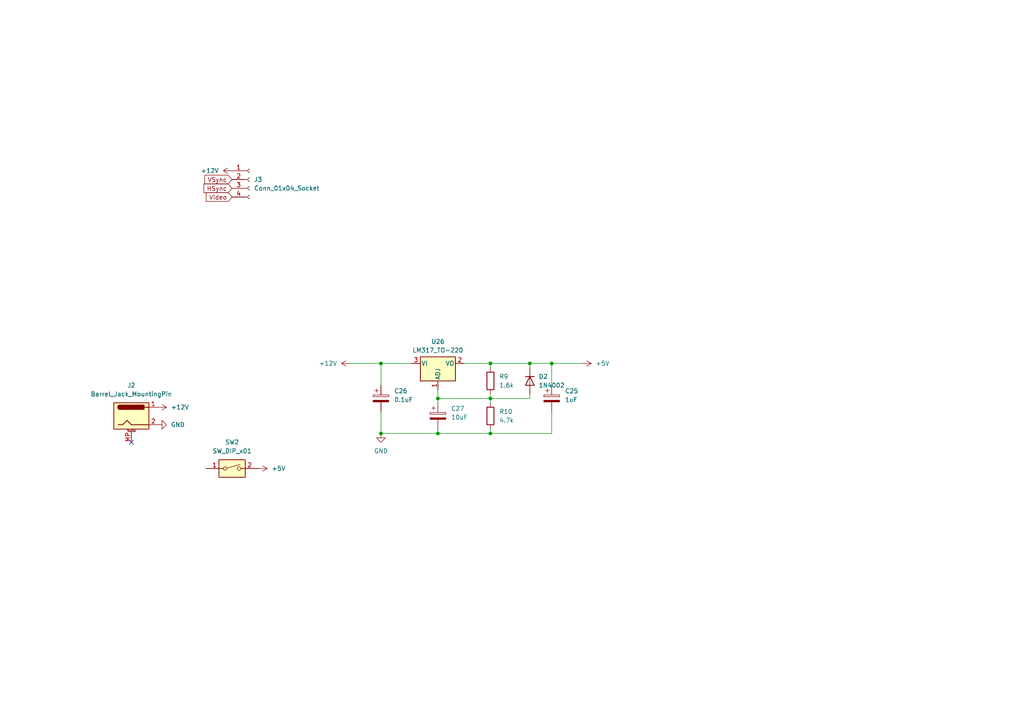
<source format=kicad_sch>
(kicad_sch (version 20231120) (generator "eeschema") (generator_version "8.0")
  (paper "A4")
  (title_block (title "ʕ·ᴥ·ʔ-ports"))
  (lib_symbols
    (symbol "Connector:Barrel_Jack_MountingPin" (pin_names hide)
      (property "Reference" "J" (at 0 5.334 0))
      (property "Value" "Barrel_Jack_MountingPin" (at 1.27 -6.35 0))
      (symbol "Barrel_Jack_MountingPin_0_1"
        (rectangle (start -5.08 3.81) (end 5.08 -3.81) (stroke (width 0.254)) (fill (type background)))
        (arc (start -3.302 3.175) (mid -3.9343 2.54) (end -3.302 1.905) (stroke (width 0.254)))
        (arc (start -3.302 3.175) (mid -3.9343 2.54) (end -3.302 1.905) (stroke (width 0.254)) (fill (type outline)))
        (polyline (pts (xy 5.08 2.54) (xy 3.81 2.54)) (stroke (width 0.254)))
        (polyline (pts (xy -3.81 -2.54) (xy -2.54 -2.54) (xy -1.27 -1.27) (xy 0 -2.54) (xy 2.54 -2.54) (xy 5.08 -2.54)) (stroke (width 0.254)))
        (rectangle (start 3.683 3.175) (end -3.302 1.905) (stroke (width 0.254)) (fill (type outline)))
      )
      (symbol "Barrel_Jack_MountingPin_1_1"
        (polyline (pts (xy -1.016 -4.572) (xy 1.016 -4.572)) (stroke (width 0.1524)))
        (text "Mounting" (at 0 -4.191 0) (effects (font (size 0.381 0.381))))
        (pin passive line (at 7.62 2.54 180) (length 2.54) (name "~") (number "1"))
        (pin passive line (at 7.62 -2.54 180) (length 2.54) (name "~") (number "2"))
        (pin passive line (at 0 -7.62 90) (length 3.048) (name "MountPin") (number "MP"))
      )
    )
    (symbol "Connector:Conn_01x04_Socket" (pin_names (offset 1.016) hide)
      (property "Reference" "J" (at 0 5.08 0))
      (property "Value" "Conn_01x04_Socket" (at 0 -7.62 0))
      (symbol "Conn_01x04_Socket_1_1"
        (arc (start 0 -4.572) (mid -0.5058 -5.08) (end 0 -5.588) (stroke (width 0.1524)))
        (arc (start 0 -2.032) (mid -0.5058 -2.54) (end 0 -3.048) (stroke (width 0.1524)))
        (polyline (pts (xy -1.27 -5.08) (xy -0.508 -5.08)) (stroke (width 0.1524)))
        (polyline (pts (xy -1.27 -2.54) (xy -0.508 -2.54)) (stroke (width 0.1524)))
        (polyline (pts (xy -1.27 0) (xy -0.508 0)) (stroke (width 0.1524)))
        (polyline (pts (xy -1.27 2.54) (xy -0.508 2.54)) (stroke (width 0.1524)))
        (arc (start 0 0.508) (mid -0.5058 0) (end 0 -0.508) (stroke (width 0.1524)))
        (arc (start 0 3.048) (mid -0.5058 2.54) (end 0 2.032) (stroke (width 0.1524)))
        (pin passive line (at -5.08 2.54 0) (length 3.81) (name "Pin_1") (number "1"))
        (pin passive line (at -5.08 0 0) (length 3.81) (name "Pin_2") (number "2"))
        (pin passive line (at -5.08 -2.54 0) (length 3.81) (name "Pin_3") (number "3"))
        (pin passive line (at -5.08 -5.08 0) (length 3.81) (name "Pin_4") (number "4"))
      )
    )
    (symbol "Device:C_Polarized" (pin_numbers hide) (pin_names (offset 0.254))
      (property "Reference" "C" (at 0.635 2.54 0))
      (property "Value" "C_Polarized" (at 0.635 -2.54 0))
      (symbol "C_Polarized_0_1"
        (rectangle (start -2.286 0.508) (end 2.286 1.016))
        (polyline (pts (xy -1.778 2.286) (xy -0.762 2.286)))
        (polyline (pts (xy -1.27 2.794) (xy -1.27 1.778)))
        (rectangle (start 2.286 -0.508) (end -2.286 -1.016) (fill (type outline)))
      )
      (symbol "C_Polarized_1_1"
        (pin passive line (at 0 3.81 270) (length 2.794) (name "~") (number "1"))
        (pin passive line (at 0 -3.81 90) (length 2.794) (name "~") (number "2"))
      )
    )
    (symbol "Device:R" (pin_numbers hide) (pin_names (offset 0))
      (property "Reference" "R" (at 2.032 0 90))
      (property "Value" "R" (at 0 0 90))
      (symbol "R_0_1"
        (rectangle (start -1.016 -2.54) (end 1.016 2.54) (stroke (width 0.254)))
      )
      (symbol "R_1_1"
        (pin passive line (at 0 3.81 270) (length 1.27) (name "~") (number "1"))
        (pin passive line (at 0 -3.81 90) (length 1.27) (name "~") (number "2"))
      )
    )
    (symbol "Diode:1N4002" (pin_numbers hide) (pin_names hide)
      (property "Reference" "D" (at 0 2.54 0))
      (property "Value" "1N4002" (at 0 -2.54 0))
      (symbol "1N4002_0_1"
        (polyline (pts (xy -1.27 1.27) (xy -1.27 -1.27)) (stroke (width 0.254)))
        (polyline (pts (xy 1.27 0) (xy -1.27 0)))
        (polyline (pts (xy 1.27 1.27) (xy 1.27 -1.27) (xy -1.27 0) (xy 1.27 1.27)) (stroke (width 0.254)))
      )
      (symbol "1N4002_1_1"
        (pin passive line (at -3.81 0 0) (length 2.54) (name "K") (number "1"))
        (pin passive line (at 3.81 0 180) (length 2.54) (name "A") (number "2"))
      )
    )
    (symbol "Regulator_Linear:LM317_TO-220" (pin_names (offset 0.254))
      (property "Reference" "U" (at -3.81 3.175 0))
      (property "Value" "LM317_TO-220" (at 0 3.175 0))
      (symbol "LM317_TO-220_0_1"
        (rectangle (start -5.08 1.905) (end 5.08 -5.08) (stroke (width 0.254)) (fill (type background)))
      )
      (symbol "LM317_TO-220_1_1"
        (pin input line (at 0 -7.62 90) (length 2.54) (name "ADJ") (number "1"))
        (pin power_out line (at 7.62 0 180) (length 2.54) (name "VO") (number "2"))
        (pin power_in line (at -7.62 0 0) (length 2.54) (name "VI") (number "3"))
      )
    )
    (symbol "Switch:SW_DIP_x01" (pin_names (offset 0) hide)
      (property "Reference" "SW" (at 0 3.81 0))
      (property "Value" "SW_DIP_x01" (at 0 -3.81 0))
      (symbol "SW_DIP_x01_0_0"
        (circle (center -2.032 0) (radius 0.508))
        (polyline (pts (xy -1.524 0.127) (xy 2.3622 1.1684)))
        (circle (center 2.032 0) (radius 0.508))
      )
      (symbol "SW_DIP_x01_0_1"
        (rectangle (start -3.81 2.54) (end 3.81 -2.54) (stroke (width 0.254)) (fill (type background)))
      )
      (symbol "SW_DIP_x01_1_1"
        (pin passive line (at -7.62 0 0) (length 5.08) (name "~") (number "1"))
        (pin passive line (at 7.62 0 180) (length 5.08) (name "~") (number "2"))
      )
    )
    (symbol "power:+12V" (power) (pin_names (offset 0))
      (property "Value" "+12V" (at 0 3.556 0))
      (symbol "+12V_0_1"
        (polyline (pts (xy -0.762 1.27) (xy 0 2.54)))
        (polyline (pts (xy 0 0) (xy 0 2.54)))
        (polyline (pts (xy 0 2.54) (xy 0.762 1.27)))
      )
      (symbol "+12V_1_1"
        (pin power_in line (at 0 0 90) (length 0) hide (name "+12V") (number "1"))
      )
    )
    (symbol "power:+5V" (power) (pin_names (offset 0))
      (property "Value" "+5V" (at 0 3.556 0))
      (symbol "+5V_0_1"
        (polyline (pts (xy -0.762 1.27) (xy 0 2.54)))
        (polyline (pts (xy 0 0) (xy 0 2.54)))
        (polyline (pts (xy 0 2.54) (xy 0.762 1.27)))
      )
      (symbol "+5V_1_1"
        (pin power_in line (at 0 0 90) (length 0) hide (name "+5V") (number "1"))
      )
    )
    (symbol "power:GND" (power) (pin_names (offset 0))
      (property "Value" "GND" (at 0 -3.81 0))
      (symbol "GND_0_1"
        (polyline (pts (xy 0 0) (xy 0 -1.27) (xy 1.27 -1.27) (xy 0 -2.54) (xy -1.27 -1.27) (xy 0 -1.27)))
      )
      (symbol "GND_1_1"
        (pin power_in line (at 0 0 270) (length 0) hide (name "GND") (number "1"))
      )
    )
  )
  (junction (at 127 125.73))
  (junction (at 142.24 125.73))
  (junction (at 160.02 105.41))
  (junction (at 110.49 105.41))
  (junction (at 110.49 125.73))
  (junction (at 127 115.57))
  (junction (at 142.24 105.41))
  (junction (at 142.24 115.57))
  (junction (at 153.67 105.41))
  (no_connect (at 38.1 128.27))
  (wire (pts (xy 142.24 105.41) (xy 142.24 106.68)))
  (wire (pts (xy 110.49 105.41) (xy 119.38 105.41)))
  (wire (pts (xy 127 124.46) (xy 127 125.73)))
  (wire (pts (xy 153.67 114.3) (xy 153.67 115.57)))
  (wire (pts (xy 160.02 119.38) (xy 160.02 125.73)))
  (wire (pts (xy 142.24 115.57) (xy 127 115.57)))
  (wire (pts (xy 127 115.57) (xy 127 116.84)))
  (wire (pts (xy 160.02 111.76) (xy 160.02 105.41)))
  (wire (pts (xy 127 115.57) (xy 127 113.03)))
  (wire (pts (xy 101.6 105.41) (xy 110.49 105.41)))
  (wire (pts (xy 110.49 125.73) (xy 127 125.73)))
  (wire (pts (xy 142.24 114.3) (xy 142.24 115.57)))
  (wire (pts (xy 160.02 105.41) (xy 168.91 105.41)))
  (wire (pts (xy 153.67 105.41) (xy 160.02 105.41)))
  (wire (pts (xy 110.49 105.41) (xy 110.49 111.76)))
  (wire (pts (xy 142.24 115.57) (xy 142.24 116.84)))
  (wire (pts (xy 110.49 119.38) (xy 110.49 125.73)))
  (wire (pts (xy 142.24 124.46) (xy 142.24 125.73)))
  (wire (pts (xy 134.62 105.41) (xy 142.24 105.41)))
  (wire (pts (xy 153.67 105.41) (xy 153.67 106.68)))
  (wire (pts (xy 127 125.73) (xy 142.24 125.73)))
  (wire (pts (xy 142.24 105.41) (xy 153.67 105.41)))
  (wire (pts (xy 142.24 125.73) (xy 160.02 125.73)))
  (wire (pts (xy 142.24 115.57) (xy 153.67 115.57)))
  (global_label "HSync" (shape input) (at 67.31 54.61 180) (property "Intersheetrefs" "${INTERSHEET_REFS}" (effects (hide yes))))
  (global_label "Video" (shape input) (at 67.31 57.15 180) (property "Intersheetrefs" "${INTERSHEET_REFS}" (effects (hide yes))))
  (global_label "VSync" (shape input) (at 67.31 52.07 180) (property "Intersheetrefs" "${INTERSHEET_REFS}" (effects (hide yes))))
  (symbol (lib_id "Regulator_Linear:LM317_TO-220") (at 127 105.41 0) (unit 1)
    (property "Reference" "U26" (at 127 99.06 0))
    (property "Value" "LM317_TO-220" (at 127 101.6 0))
    (property "Footprint" "Package_TO_SOT_THT:TO-220-3_Vertical" (effects (hide yes)))
    (property "Datasheet" "http://www.ti.com/lit/ds/symlink/lm317.pdf" (effects (hide yes)))
  )
  (symbol (lib_id "Connector:Conn_01x04_Socket") (at 72.39 52.07 0) (unit 1)
    (property "Reference" "J3" (at 73.66 52.07 0) (effects (justify left)))
    (property "Value" "Conn_01x04_Socket" (at 73.66 54.61 0) (effects (justify left)))
    (property "Footprint" "Connector_PinSocket_1.27mm:PinSocket_1x04_P1.27mm_Vertical" (effects (hide yes)))
  )
  (symbol (lib_id "power:GND") (at 45.72 123.19 90) (unit 1)
    (property "Reference" "#PWR072" (effects (hide yes)))
    (property "Value" "GND" (at 49.53 123.19 90) (effects (justify right)))
  )
  (symbol (lib_id "power:+5V") (at 74.93 135.89 270) (unit 1)
    (property "Reference" "#PWR075" (effects (hide yes)))
    (property "Value" "+5V" (at 78.74 135.89 90) (effects (justify left)))
  )
  (symbol (lib_id "Device:C_Polarized") (at 127 120.65 0) (unit 1)
    (property "Reference" "C27" (at 130.81 118.491 0) (effects (justify left)))
    (property "Value" "10uF" (at 130.81 121.031 0) (effects (justify left)))
    (property "Footprint" "Capacitor_THT:CP_Radial_D5.0mm_P2.00mm" (effects (hide yes)))
  )
  (symbol (lib_id "Device:C_Polarized") (at 110.49 115.57 0) (unit 1)
    (property "Reference" "C26" (at 114.3 113.411 0) (effects (justify left)))
    (property "Value" "0.1uF" (at 114.3 115.951 0) (effects (justify left)))
    (property "Footprint" "Capacitor_THT:CP_Radial_D5.0mm_P2.00mm" (effects (hide yes)))
  )
  (symbol (lib_id "power:+12V") (at 67.31 49.53 90) (unit 1)
    (property "Reference" "#PWR0112" (effects (hide yes)))
    (property "Value" "+12V" (at 63.5 49.53 90) (effects (justify left)))
  )
  (symbol (lib_id "Device:R") (at 142.24 120.65 0) (unit 1)
    (property "Reference" "R10" (at 144.78 119.38 0) (effects (justify left)))
    (property "Value" "4.7k" (at 144.78 121.92 0) (effects (justify left)))
    (property "Footprint" "Resistor_THT:R_Axial_DIN0207_L6.3mm_D2.5mm_P7.62mm_Horizontal" (effects (hide yes)))
  )
  (symbol (lib_id "power:+12V") (at 45.72 118.11 270) (unit 1)
    (property "Reference" "#PWR073" (effects (hide yes)))
    (property "Value" "+12V" (at 49.53 118.11 90) (effects (justify left)))
  )
  (symbol (lib_id "Diode:1N4002") (at 153.67 110.49 270) (unit 1)
    (property "Reference" "D2" (at 156.21 109.22 90) (effects (justify left)))
    (property "Value" "1N4002" (at 156.21 111.76 90) (effects (justify left)))
    (property "Footprint" "Diode_THT:D_DO-41_SOD81_P10.16mm_Horizontal" (effects (hide yes)))
    (property "Datasheet" "http://www.vishay.com/docs/88503/1n4001.pdf" (effects (hide yes)))
    (property "Sim.Device" "D" (effects (hide yes)))
    (property "Sim.Pins" "1=K 2=A" (effects (hide yes)))
  )
  (symbol (lib_id "power:+5V") (at 168.91 105.41 270) (unit 1)
    (property "Reference" "#PWR0111" (effects (hide yes)))
    (property "Value" "+5V" (at 172.72 105.41 90) (effects (justify left)))
  )
  (symbol (lib_id "power:GND") (at 110.49 125.73 0) (unit 1)
    (property "Reference" "#PWR0110" (effects (hide yes)))
    (property "Value" "GND" (at 110.49 130.81 0))
  )
  (symbol (lib_id "Device:R") (at 142.24 110.49 0) (unit 1)
    (property "Reference" "R9" (at 144.78 109.22 0) (effects (justify left)))
    (property "Value" "1.6k" (at 144.78 111.76 0) (effects (justify left)))
    (property "Footprint" "Resistor_THT:R_Axial_DIN0207_L6.3mm_D2.5mm_P7.62mm_Horizontal" (effects (hide yes)))
  )
  (symbol (lib_id "Switch:SW_DIP_x01") (at 67.31 135.89 0) (unit 1)
    (property "Reference" "SW2" (at 67.31 128.27 0))
    (property "Value" "SW_DIP_x01" (at 67.31 130.81 0))
  )
  (symbol (lib_id "power:+12V") (at 101.6 105.41 90) (unit 1)
    (property "Reference" "#PWR0109" (effects (hide yes)))
    (property "Value" "+12V" (at 97.79 105.41 90) (effects (justify left)))
  )
  (symbol (lib_id "Device:C_Polarized") (at 160.02 115.57 0) (unit 1)
    (property "Reference" "C25" (at 163.83 113.411 0) (effects (justify left)))
    (property "Value" "1uF" (at 163.83 115.951 0) (effects (justify left)))
    (property "Footprint" "Capacitor_THT:CP_Radial_D5.0mm_P2.00mm" (effects (hide yes)))
  )
  (symbol (lib_id "Connector:Barrel_Jack_MountingPin") (at 38.1 120.65 0) (unit 1)
    (property "Reference" "J2" (at 38.1 111.76 0))
    (property "Value" "Barrel_Jack_MountingPin" (at 38.1 114.3 0))
    (property "Footprint" "Connector_BarrelJack:BarrelJack_Horizontal" (effects (hide yes)))
  )
)
</source>
